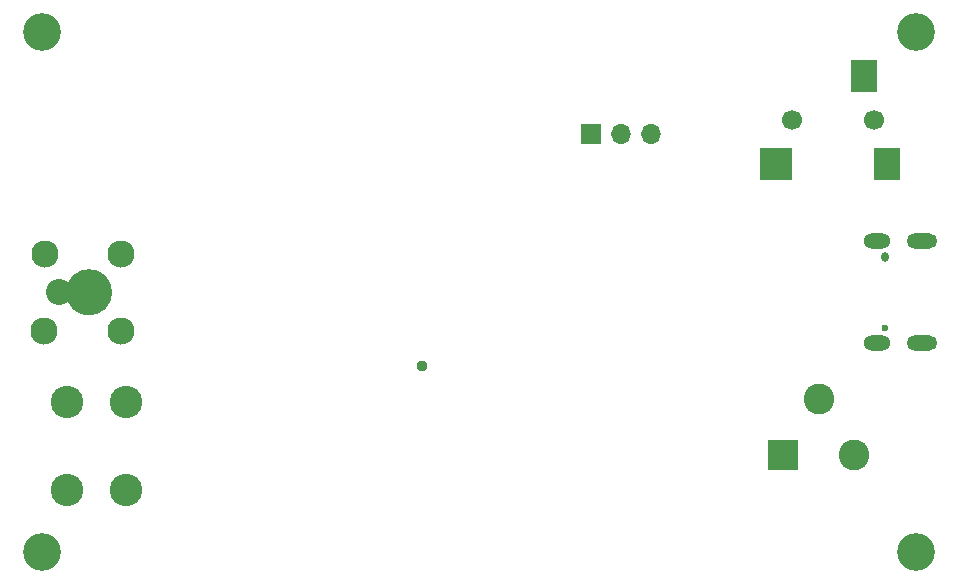
<source format=gbs>
G04 #@! TF.GenerationSoftware,KiCad,Pcbnew,7.0.6-7.0.6~ubuntu20.04.1*
G04 #@! TF.CreationDate,2023-10-16T12:06:56-07:00*
G04 #@! TF.ProjectId,harp_lick_detector_capactive,68617270-5f6c-4696-936b-5f6465746563,rev?*
G04 #@! TF.SameCoordinates,PX640a5a0PY7088980*
G04 #@! TF.FileFunction,Soldermask,Bot*
G04 #@! TF.FilePolarity,Negative*
%FSLAX46Y46*%
G04 Gerber Fmt 4.6, Leading zero omitted, Abs format (unit mm)*
G04 Created by KiCad (PCBNEW 7.0.6-7.0.6~ubuntu20.04.1) date 2023-10-16 12:06:56*
%MOMM*%
%LPD*%
G01*
G04 APERTURE LIST*
%ADD10C,1.975000*%
%ADD11C,2.200000*%
%ADD12C,2.300000*%
%ADD13R,2.600000X2.600000*%
%ADD14C,2.600000*%
%ADD15C,3.200000*%
%ADD16C,0.600000*%
%ADD17O,0.600000X0.850000*%
%ADD18O,2.300000X1.300000*%
%ADD19O,2.600000X1.300000*%
%ADD20C,2.750000*%
%ADD21R,1.700000X1.700000*%
%ADD22O,1.700000X1.700000*%
%ADD23C,0.950000*%
%ADD24C,1.700000*%
%ADD25R,2.200000X2.800000*%
%ADD26R,2.800000X2.800000*%
G04 APERTURE END LIST*
D10*
X7987500Y25000000D02*
G75*
G03*
X7987500Y25000000I-987500J0D01*
G01*
D11*
G04 #@! TO.C,J3*
X7000000Y25000000D03*
X4460000Y25000000D03*
D12*
X3190000Y21723400D03*
X9743200Y21723400D03*
X3310000Y28276600D03*
X9743200Y28276600D03*
G04 #@! TD*
D13*
G04 #@! TO.C,J6*
X65800000Y11250000D03*
D14*
X71800000Y11250000D03*
X68800000Y15950000D03*
G04 #@! TD*
D15*
G04 #@! TO.C,REF\u002A\u002A*
X77000000Y3000000D03*
G04 #@! TD*
G04 #@! TO.C,REF\u002A\u002A*
X77000000Y47000000D03*
G04 #@! TD*
D16*
G04 #@! TO.C,J5*
X74400000Y22000000D03*
D17*
X74400000Y28000000D03*
D18*
X73675000Y20680000D03*
D19*
X77500000Y20680000D03*
D18*
X73675000Y29320000D03*
D19*
X77500000Y29320000D03*
G04 #@! TD*
D15*
G04 #@! TO.C,REF\u002A\u002A*
X3000000Y47000000D03*
G04 #@! TD*
G04 #@! TO.C,REF\u002A\u002A*
X3000000Y3000000D03*
G04 #@! TD*
D20*
G04 #@! TO.C,H1*
X10100000Y15750000D03*
X5100000Y15750000D03*
X10100000Y8250000D03*
X5100000Y8250000D03*
G04 #@! TD*
D21*
G04 #@! TO.C,J2*
X49500000Y38400000D03*
D22*
X52040000Y38400000D03*
X54580000Y38400000D03*
G04 #@! TD*
D23*
G04 #@! TO.C,TP1*
X35200000Y18750000D03*
G04 #@! TD*
D24*
G04 #@! TO.C,J4*
X66500000Y39600000D03*
X73500000Y39600000D03*
D25*
X72600000Y43300000D03*
X74600000Y35900000D03*
D26*
X65200000Y35900000D03*
G04 #@! TD*
M02*

</source>
